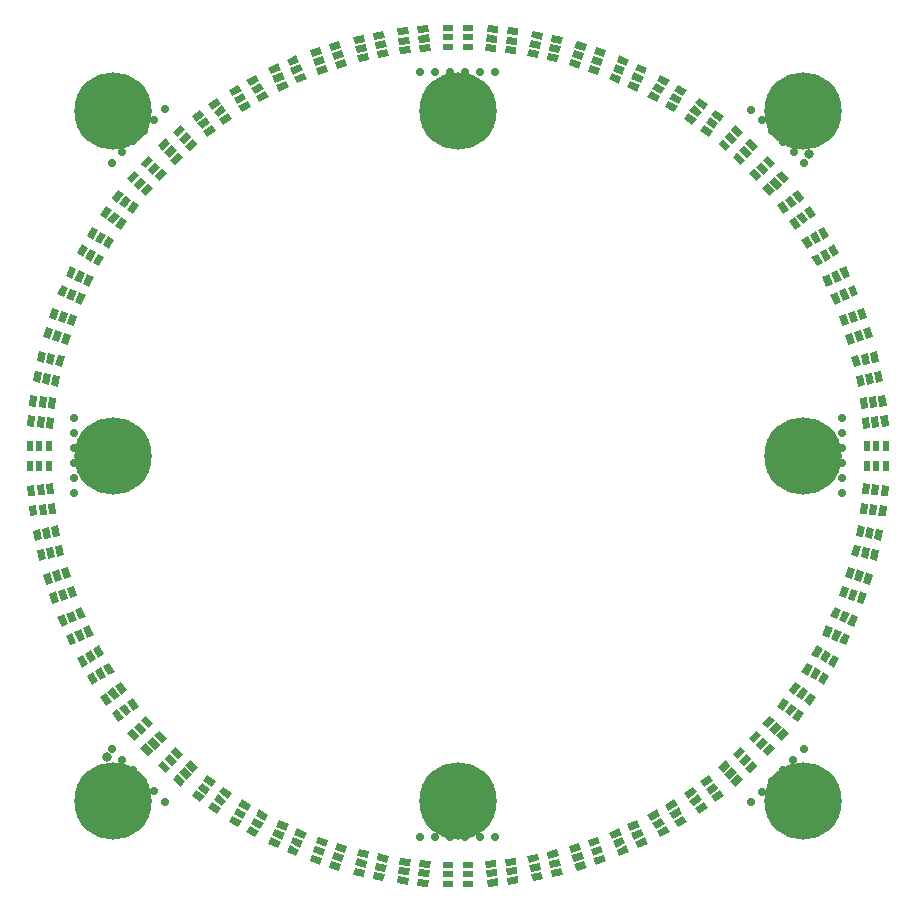
<source format=gts>
G75*
%MOIN*%
%OFA0B0*%
%FSLAX25Y25*%
%IPPOS*%
%LPD*%
%AMOC8*
5,1,8,0,0,1.08239X$1,22.5*
%
%ADD10C,0.02800*%
%ADD11R,0.02375X0.03556*%
%ADD12R,0.03556X0.02375*%
%ADD13C,0.25800*%
%ADD14C,0.03300*%
D10*
X0163333Y0264400D03*
X0168333Y0264400D03*
X0173333Y0264400D03*
X0178333Y0264400D03*
X0183333Y0264400D03*
X0188333Y0264400D03*
X0273545Y0275940D03*
X0277080Y0279475D03*
X0280616Y0283011D03*
X0284151Y0286546D03*
X0287687Y0290082D03*
X0291222Y0293618D03*
X0303833Y0378900D03*
X0303833Y0383900D03*
X0303833Y0388900D03*
X0303833Y0393900D03*
X0303833Y0398900D03*
X0303833Y0403900D03*
X0291293Y0489111D03*
X0287758Y0492647D03*
X0284222Y0496182D03*
X0280687Y0499718D03*
X0277151Y0503254D03*
X0273616Y0506789D03*
X0188333Y0519400D03*
X0183333Y0519400D03*
X0178333Y0519400D03*
X0173333Y0519400D03*
X0168333Y0519400D03*
X0163333Y0519400D03*
X0078122Y0506860D03*
X0074586Y0503325D03*
X0071051Y0499789D03*
X0067515Y0496254D03*
X0063980Y0492718D03*
X0060444Y0489182D03*
X0047833Y0403900D03*
X0047833Y0398900D03*
X0047833Y0393900D03*
X0047833Y0388900D03*
X0047833Y0383900D03*
X0047833Y0378900D03*
X0060373Y0293689D03*
X0063909Y0290153D03*
X0067444Y0286618D03*
X0070980Y0283082D03*
X0074515Y0279546D03*
X0078051Y0276011D03*
D11*
X0039473Y0388054D03*
X0036323Y0388054D03*
X0033174Y0388054D03*
X0033174Y0394746D03*
X0036323Y0394746D03*
X0039473Y0394746D03*
X0312184Y0394746D03*
X0315333Y0394746D03*
X0318483Y0394746D03*
X0318483Y0388054D03*
X0315333Y0388054D03*
X0312184Y0388054D03*
D12*
G36*
X0147960Y0252713D02*
X0151437Y0251974D01*
X0150944Y0249653D01*
X0147467Y0250392D01*
X0147960Y0252713D01*
G37*
G36*
X0148615Y0255794D02*
X0152092Y0255055D01*
X0151599Y0252734D01*
X0148122Y0253473D01*
X0148615Y0255794D01*
G37*
G36*
X0149269Y0258875D02*
X0152746Y0258136D01*
X0152253Y0255815D01*
X0148776Y0256554D01*
X0149269Y0258875D01*
G37*
G36*
X0142723Y0260267D02*
X0146200Y0259528D01*
X0145707Y0257207D01*
X0142230Y0257946D01*
X0142723Y0260267D01*
G37*
G36*
X0142068Y0257186D02*
X0145545Y0256447D01*
X0145052Y0254126D01*
X0141575Y0254865D01*
X0142068Y0257186D01*
G37*
G36*
X0141413Y0254105D02*
X0144890Y0253366D01*
X0144397Y0251045D01*
X0140920Y0251784D01*
X0141413Y0254105D01*
G37*
G36*
X0134602Y0259384D02*
X0137983Y0258285D01*
X0137250Y0256028D01*
X0133869Y0257127D01*
X0134602Y0259384D01*
G37*
G36*
X0135575Y0262379D02*
X0138956Y0261280D01*
X0138223Y0259023D01*
X0134842Y0260122D01*
X0135575Y0262379D01*
G37*
G36*
X0129210Y0264448D02*
X0132591Y0263349D01*
X0131858Y0261092D01*
X0128477Y0262191D01*
X0129210Y0264448D01*
G37*
G36*
X0128237Y0261452D02*
X0131618Y0260353D01*
X0130885Y0258096D01*
X0127504Y0259195D01*
X0128237Y0261452D01*
G37*
G36*
X0127263Y0258457D02*
X0130644Y0257358D01*
X0129911Y0255101D01*
X0126530Y0256200D01*
X0127263Y0258457D01*
G37*
G36*
X0119728Y0261529D02*
X0122976Y0260083D01*
X0122010Y0257915D01*
X0118762Y0259361D01*
X0119728Y0261529D01*
G37*
G36*
X0121009Y0264406D02*
X0124257Y0262960D01*
X0123291Y0260792D01*
X0120043Y0262238D01*
X0121009Y0264406D01*
G37*
G36*
X0122291Y0267283D02*
X0125539Y0265837D01*
X0124573Y0263669D01*
X0121325Y0265115D01*
X0122291Y0267283D01*
G37*
G36*
X0116176Y0270005D02*
X0119424Y0268559D01*
X0118458Y0266391D01*
X0115210Y0267837D01*
X0116176Y0270005D01*
G37*
G36*
X0114895Y0267128D02*
X0118143Y0265682D01*
X0117177Y0263514D01*
X0113929Y0264960D01*
X0114895Y0267128D01*
G37*
G36*
X0113614Y0264251D02*
X0116862Y0262805D01*
X0115896Y0260637D01*
X0112648Y0262083D01*
X0113614Y0264251D01*
G37*
G36*
X0106451Y0268095D02*
X0109530Y0266317D01*
X0108343Y0264263D01*
X0105264Y0266041D01*
X0106451Y0268095D01*
G37*
G36*
X0108025Y0270823D02*
X0111104Y0269045D01*
X0109917Y0266991D01*
X0106838Y0268769D01*
X0108025Y0270823D01*
G37*
G36*
X0109600Y0273550D02*
X0112679Y0271772D01*
X0111492Y0269718D01*
X0108413Y0271496D01*
X0109600Y0273550D01*
G37*
G36*
X0103804Y0276897D02*
X0106883Y0275119D01*
X0105696Y0273065D01*
X0102617Y0274843D01*
X0103804Y0276897D01*
G37*
G36*
X0102229Y0274169D02*
X0105308Y0272391D01*
X0104121Y0270337D01*
X0101042Y0272115D01*
X0102229Y0274169D01*
G37*
G36*
X0100654Y0271442D02*
X0103733Y0269664D01*
X0102546Y0267610D01*
X0099467Y0269388D01*
X0100654Y0271442D01*
G37*
G36*
X0093949Y0276030D02*
X0096825Y0273941D01*
X0095429Y0272020D01*
X0092553Y0274109D01*
X0093949Y0276030D01*
G37*
G36*
X0095801Y0278578D02*
X0098677Y0276489D01*
X0097281Y0274568D01*
X0094405Y0276657D01*
X0095801Y0278578D01*
G37*
G36*
X0097652Y0281126D02*
X0100528Y0279037D01*
X0099132Y0277116D01*
X0096256Y0279205D01*
X0097652Y0281126D01*
G37*
G36*
X0092237Y0285060D02*
X0095113Y0282971D01*
X0093717Y0281050D01*
X0090841Y0283139D01*
X0092237Y0285060D01*
G37*
G36*
X0090386Y0282512D02*
X0093262Y0280423D01*
X0091866Y0278502D01*
X0088990Y0280591D01*
X0090386Y0282512D01*
G37*
G36*
X0088535Y0279964D02*
X0091411Y0277875D01*
X0090015Y0275954D01*
X0087139Y0278043D01*
X0088535Y0279964D01*
G37*
G36*
X0082316Y0285251D02*
X0084958Y0282873D01*
X0083370Y0281109D01*
X0080728Y0283487D01*
X0082316Y0285251D01*
G37*
G36*
X0084423Y0287592D02*
X0087065Y0285214D01*
X0085477Y0283450D01*
X0082835Y0285828D01*
X0084423Y0287592D01*
G37*
G36*
X0086531Y0289932D02*
X0089173Y0287554D01*
X0087585Y0285790D01*
X0084943Y0288168D01*
X0086531Y0289932D01*
G37*
G36*
X0081557Y0294411D02*
X0084199Y0292033D01*
X0082611Y0290269D01*
X0079969Y0292647D01*
X0081557Y0294411D01*
G37*
G36*
X0079449Y0292070D02*
X0082091Y0289692D01*
X0080503Y0287928D01*
X0077861Y0290306D01*
X0079449Y0292070D01*
G37*
G36*
X0077342Y0289730D02*
X0079984Y0287352D01*
X0078396Y0285588D01*
X0075754Y0287966D01*
X0077342Y0289730D01*
G37*
G36*
X0074106Y0297698D02*
X0076484Y0295056D01*
X0074720Y0293468D01*
X0072342Y0296110D01*
X0074106Y0297698D01*
G37*
G36*
X0076446Y0299806D02*
X0078824Y0297164D01*
X0077060Y0295576D01*
X0074682Y0298218D01*
X0076446Y0299806D01*
G37*
G36*
X0071968Y0304779D02*
X0074346Y0302137D01*
X0072582Y0300549D01*
X0070204Y0303191D01*
X0071968Y0304779D01*
G37*
G36*
X0069627Y0302672D02*
X0072005Y0300030D01*
X0070241Y0298442D01*
X0067863Y0301084D01*
X0069627Y0302672D01*
G37*
G36*
X0067286Y0300564D02*
X0069664Y0297922D01*
X0067900Y0296334D01*
X0065522Y0298976D01*
X0067286Y0300564D01*
G37*
G36*
X0062328Y0306977D02*
X0064417Y0304101D01*
X0062496Y0302705D01*
X0060407Y0305581D01*
X0062328Y0306977D01*
G37*
G36*
X0064876Y0308829D02*
X0066965Y0305953D01*
X0065044Y0304557D01*
X0062955Y0307433D01*
X0064876Y0308829D01*
G37*
G36*
X0067424Y0310680D02*
X0069513Y0307804D01*
X0067592Y0306408D01*
X0065503Y0309284D01*
X0067424Y0310680D01*
G37*
G36*
X0063490Y0316095D02*
X0065579Y0313219D01*
X0063658Y0311823D01*
X0061569Y0314699D01*
X0063490Y0316095D01*
G37*
G36*
X0060942Y0314243D02*
X0063031Y0311367D01*
X0061110Y0309971D01*
X0059021Y0312847D01*
X0060942Y0314243D01*
G37*
G36*
X0058394Y0312392D02*
X0060483Y0309516D01*
X0058562Y0308120D01*
X0056473Y0310996D01*
X0058394Y0312392D01*
G37*
G36*
X0054137Y0319320D02*
X0055915Y0316241D01*
X0053861Y0315054D01*
X0052083Y0318133D01*
X0054137Y0319320D01*
G37*
G36*
X0056865Y0320895D02*
X0058643Y0317816D01*
X0056589Y0316629D01*
X0054811Y0319708D01*
X0056865Y0320895D01*
G37*
G36*
X0059592Y0322470D02*
X0061370Y0319391D01*
X0059316Y0318204D01*
X0057538Y0321283D01*
X0059592Y0322470D01*
G37*
G36*
X0056246Y0328266D02*
X0058024Y0325187D01*
X0055970Y0324000D01*
X0054192Y0327079D01*
X0056246Y0328266D01*
G37*
G36*
X0053518Y0326691D02*
X0055296Y0323612D01*
X0053242Y0322425D01*
X0051464Y0325504D01*
X0053518Y0326691D01*
G37*
G36*
X0050790Y0325116D02*
X0052568Y0322037D01*
X0050514Y0320850D01*
X0048736Y0323929D01*
X0050790Y0325116D01*
G37*
G36*
X0047218Y0332409D02*
X0048664Y0329161D01*
X0046496Y0328195D01*
X0045050Y0331443D01*
X0047218Y0332409D01*
G37*
G36*
X0050095Y0333690D02*
X0051541Y0330442D01*
X0049373Y0329476D01*
X0047927Y0332724D01*
X0050095Y0333690D01*
G37*
G36*
X0052973Y0334971D02*
X0054419Y0331723D01*
X0052251Y0330757D01*
X0050805Y0334005D01*
X0052973Y0334971D01*
G37*
G36*
X0050251Y0341085D02*
X0051697Y0337837D01*
X0049529Y0336871D01*
X0048083Y0340119D01*
X0050251Y0341085D01*
G37*
G36*
X0047373Y0339804D02*
X0048819Y0336556D01*
X0046651Y0335590D01*
X0045205Y0338838D01*
X0047373Y0339804D01*
G37*
G36*
X0044496Y0338523D02*
X0045942Y0335275D01*
X0043774Y0334309D01*
X0042328Y0337557D01*
X0044496Y0338523D01*
G37*
G36*
X0041811Y0346191D02*
X0042910Y0342810D01*
X0040653Y0342077D01*
X0039554Y0345458D01*
X0041811Y0346191D01*
G37*
G36*
X0044806Y0347164D02*
X0045905Y0343783D01*
X0043648Y0343050D01*
X0042549Y0346431D01*
X0044806Y0347164D01*
G37*
G36*
X0047802Y0348138D02*
X0048901Y0344757D01*
X0046644Y0344024D01*
X0045545Y0347405D01*
X0047802Y0348138D01*
G37*
G36*
X0045734Y0354503D02*
X0046833Y0351122D01*
X0044576Y0350389D01*
X0043477Y0353770D01*
X0045734Y0354503D01*
G37*
G36*
X0042738Y0353530D02*
X0043837Y0350149D01*
X0041580Y0349416D01*
X0040481Y0352797D01*
X0042738Y0353530D01*
G37*
G36*
X0039743Y0352556D02*
X0040842Y0349175D01*
X0038585Y0348442D01*
X0037486Y0351823D01*
X0039743Y0352556D01*
G37*
G36*
X0037779Y0360457D02*
X0038518Y0356980D01*
X0036197Y0356487D01*
X0035458Y0359964D01*
X0037779Y0360457D01*
G37*
G36*
X0040860Y0361112D02*
X0041599Y0357635D01*
X0039278Y0357142D01*
X0038539Y0360619D01*
X0040860Y0361112D01*
G37*
G36*
X0043941Y0361767D02*
X0044680Y0358290D01*
X0042359Y0357797D01*
X0041620Y0361274D01*
X0043941Y0361767D01*
G37*
G36*
X0042549Y0368313D02*
X0043288Y0364836D01*
X0040967Y0364343D01*
X0040228Y0367820D01*
X0042549Y0368313D01*
G37*
G36*
X0039469Y0367658D02*
X0040208Y0364181D01*
X0037887Y0363688D01*
X0037148Y0367165D01*
X0039469Y0367658D01*
G37*
G36*
X0036388Y0367003D02*
X0037127Y0363526D01*
X0034806Y0363033D01*
X0034067Y0366510D01*
X0036388Y0367003D01*
G37*
G36*
X0035315Y0375055D02*
X0035687Y0371519D01*
X0033327Y0371271D01*
X0032955Y0374807D01*
X0035315Y0375055D01*
G37*
G36*
X0038447Y0375384D02*
X0038819Y0371848D01*
X0036459Y0371600D01*
X0036087Y0375136D01*
X0038447Y0375384D01*
G37*
G36*
X0041579Y0375713D02*
X0041951Y0372177D01*
X0039591Y0371929D01*
X0039219Y0375465D01*
X0041579Y0375713D01*
G37*
G36*
X0040880Y0382369D02*
X0041252Y0378833D01*
X0038892Y0378585D01*
X0038520Y0382121D01*
X0040880Y0382369D01*
G37*
G36*
X0037748Y0382040D02*
X0038120Y0378504D01*
X0035760Y0378256D01*
X0035388Y0381792D01*
X0037748Y0382040D01*
G37*
G36*
X0034615Y0381711D02*
X0034987Y0378175D01*
X0032627Y0377927D01*
X0032255Y0381463D01*
X0034615Y0381711D01*
G37*
G36*
X0038110Y0404306D02*
X0037738Y0400770D01*
X0035378Y0401018D01*
X0035750Y0404554D01*
X0038110Y0404306D01*
G37*
G36*
X0041242Y0403977D02*
X0040870Y0400441D01*
X0038510Y0400689D01*
X0038882Y0404225D01*
X0041242Y0403977D01*
G37*
G36*
X0041941Y0410633D02*
X0041569Y0407097D01*
X0039209Y0407345D01*
X0039581Y0410881D01*
X0041941Y0410633D01*
G37*
G36*
X0038809Y0410962D02*
X0038437Y0407426D01*
X0036077Y0407674D01*
X0036449Y0411210D01*
X0038809Y0410962D01*
G37*
G36*
X0035677Y0411291D02*
X0035305Y0407755D01*
X0032945Y0408003D01*
X0033317Y0411539D01*
X0035677Y0411291D01*
G37*
G36*
X0037157Y0419294D02*
X0036418Y0415817D01*
X0034097Y0416310D01*
X0034836Y0419787D01*
X0037157Y0419294D01*
G37*
G36*
X0040238Y0418639D02*
X0039499Y0415162D01*
X0037178Y0415655D01*
X0037917Y0419132D01*
X0040238Y0418639D01*
G37*
G36*
X0043318Y0417984D02*
X0042579Y0414507D01*
X0040258Y0415000D01*
X0040997Y0418477D01*
X0043318Y0417984D01*
G37*
G36*
X0044710Y0424530D02*
X0043971Y0421053D01*
X0041650Y0421546D01*
X0042389Y0425023D01*
X0044710Y0424530D01*
G37*
G36*
X0041629Y0425185D02*
X0040890Y0421708D01*
X0038569Y0422201D01*
X0039308Y0425678D01*
X0041629Y0425185D01*
G37*
G36*
X0038548Y0425840D02*
X0037809Y0422363D01*
X0035488Y0422856D01*
X0036227Y0426333D01*
X0038548Y0425840D01*
G37*
G36*
X0040832Y0433635D02*
X0039733Y0430254D01*
X0037476Y0430987D01*
X0038575Y0434368D01*
X0040832Y0433635D01*
G37*
G36*
X0043827Y0432661D02*
X0042728Y0429280D01*
X0040471Y0430013D01*
X0041570Y0433394D01*
X0043827Y0432661D01*
G37*
G36*
X0046823Y0431688D02*
X0045724Y0428307D01*
X0043467Y0429040D01*
X0044566Y0432421D01*
X0046823Y0431688D01*
G37*
G36*
X0048891Y0438053D02*
X0047792Y0434672D01*
X0045535Y0435405D01*
X0046634Y0438786D01*
X0048891Y0438053D01*
G37*
G36*
X0045895Y0439027D02*
X0044796Y0435646D01*
X0042539Y0436379D01*
X0043638Y0439760D01*
X0045895Y0439027D01*
G37*
G36*
X0042900Y0440000D02*
X0041801Y0436619D01*
X0039544Y0437352D01*
X0040643Y0440733D01*
X0042900Y0440000D01*
G37*
G36*
X0045942Y0447495D02*
X0044496Y0444247D01*
X0042328Y0445213D01*
X0043774Y0448461D01*
X0045942Y0447495D01*
G37*
G36*
X0048819Y0446214D02*
X0047373Y0442966D01*
X0045205Y0443932D01*
X0046651Y0447180D01*
X0048819Y0446214D01*
G37*
G36*
X0051697Y0444933D02*
X0050251Y0441685D01*
X0048083Y0442651D01*
X0049529Y0445899D01*
X0051697Y0444933D01*
G37*
G36*
X0054419Y0451047D02*
X0052973Y0447799D01*
X0050805Y0448765D01*
X0052251Y0452013D01*
X0054419Y0451047D01*
G37*
G36*
X0051541Y0452328D02*
X0050095Y0449080D01*
X0047927Y0450046D01*
X0049373Y0453294D01*
X0051541Y0452328D01*
G37*
G36*
X0048664Y0453609D02*
X0047218Y0450361D01*
X0045050Y0451327D01*
X0046496Y0454575D01*
X0048664Y0453609D01*
G37*
G36*
X0052548Y0460773D02*
X0050770Y0457694D01*
X0048716Y0458881D01*
X0050494Y0461960D01*
X0052548Y0460773D01*
G37*
G36*
X0055276Y0459198D02*
X0053498Y0456119D01*
X0051444Y0457306D01*
X0053222Y0460385D01*
X0055276Y0459198D01*
G37*
G36*
X0058004Y0457623D02*
X0056226Y0454544D01*
X0054172Y0455731D01*
X0055950Y0458810D01*
X0058004Y0457623D01*
G37*
G36*
X0061350Y0463419D02*
X0059572Y0460340D01*
X0057518Y0461527D01*
X0059296Y0464606D01*
X0061350Y0463419D01*
G37*
G36*
X0058623Y0464994D02*
X0056845Y0461915D01*
X0054791Y0463102D01*
X0056569Y0466181D01*
X0058623Y0464994D01*
G37*
G36*
X0055895Y0466569D02*
X0054117Y0463490D01*
X0052063Y0464677D01*
X0053841Y0467756D01*
X0055895Y0466569D01*
G37*
G36*
X0060483Y0473264D02*
X0058394Y0470388D01*
X0056473Y0471784D01*
X0058562Y0474660D01*
X0060483Y0473264D01*
G37*
G36*
X0063031Y0471413D02*
X0060942Y0468537D01*
X0059021Y0469933D01*
X0061110Y0472809D01*
X0063031Y0471413D01*
G37*
G36*
X0065579Y0469561D02*
X0063490Y0466685D01*
X0061569Y0468081D01*
X0063658Y0470957D01*
X0065579Y0469561D01*
G37*
G36*
X0069513Y0474976D02*
X0067424Y0472100D01*
X0065503Y0473496D01*
X0067592Y0476372D01*
X0069513Y0474976D01*
G37*
G36*
X0066965Y0476827D02*
X0064876Y0473951D01*
X0062955Y0475347D01*
X0065044Y0478223D01*
X0066965Y0476827D01*
G37*
G36*
X0064417Y0478679D02*
X0062328Y0475803D01*
X0060407Y0477199D01*
X0062496Y0480075D01*
X0064417Y0478679D01*
G37*
G36*
X0069674Y0484918D02*
X0067296Y0482276D01*
X0065532Y0483864D01*
X0067910Y0486506D01*
X0069674Y0484918D01*
G37*
G36*
X0072015Y0482810D02*
X0069637Y0480168D01*
X0067873Y0481756D01*
X0070251Y0484398D01*
X0072015Y0482810D01*
G37*
G36*
X0074356Y0480703D02*
X0071978Y0478061D01*
X0070214Y0479649D01*
X0072592Y0482291D01*
X0074356Y0480703D01*
G37*
G36*
X0078834Y0485676D02*
X0076456Y0483034D01*
X0074692Y0484622D01*
X0077070Y0487264D01*
X0078834Y0485676D01*
G37*
G36*
X0076494Y0487784D02*
X0074116Y0485142D01*
X0072352Y0486730D01*
X0074730Y0489372D01*
X0076494Y0487784D01*
G37*
G36*
X0074153Y0489891D02*
X0071775Y0487249D01*
X0070011Y0488837D01*
X0072389Y0491479D01*
X0074153Y0489891D01*
G37*
G36*
X0079984Y0495478D02*
X0077342Y0493100D01*
X0075754Y0494864D01*
X0078396Y0497242D01*
X0079984Y0495478D01*
G37*
G36*
X0082091Y0493138D02*
X0079449Y0490760D01*
X0077861Y0492524D01*
X0080503Y0494902D01*
X0082091Y0493138D01*
G37*
G36*
X0084199Y0490797D02*
X0081557Y0488419D01*
X0079969Y0490183D01*
X0082611Y0492561D01*
X0084199Y0490797D01*
G37*
G36*
X0089173Y0495276D02*
X0086531Y0492898D01*
X0084943Y0494662D01*
X0087585Y0497040D01*
X0089173Y0495276D01*
G37*
G36*
X0087065Y0497616D02*
X0084423Y0495238D01*
X0082835Y0497002D01*
X0085477Y0499380D01*
X0087065Y0497616D01*
G37*
G36*
X0084958Y0499957D02*
X0082316Y0497579D01*
X0080728Y0499343D01*
X0083370Y0501721D01*
X0084958Y0499957D01*
G37*
G36*
X0091401Y0504905D02*
X0088525Y0502816D01*
X0087129Y0504737D01*
X0090005Y0506826D01*
X0091401Y0504905D01*
G37*
G36*
X0093252Y0502357D02*
X0090376Y0500268D01*
X0088980Y0502189D01*
X0091856Y0504278D01*
X0093252Y0502357D01*
G37*
G36*
X0095103Y0499809D02*
X0092227Y0497720D01*
X0090831Y0499641D01*
X0093707Y0501730D01*
X0095103Y0499809D01*
G37*
G36*
X0100518Y0503743D02*
X0097642Y0501654D01*
X0096246Y0503575D01*
X0099122Y0505664D01*
X0100518Y0503743D01*
G37*
G36*
X0098667Y0506291D02*
X0095791Y0504202D01*
X0094395Y0506123D01*
X0097271Y0508212D01*
X0098667Y0506291D01*
G37*
G36*
X0096815Y0508839D02*
X0093939Y0506750D01*
X0092543Y0508671D01*
X0095419Y0510760D01*
X0096815Y0508839D01*
G37*
G36*
X0103753Y0513116D02*
X0100674Y0511338D01*
X0099487Y0513392D01*
X0102566Y0515170D01*
X0103753Y0513116D01*
G37*
G36*
X0105328Y0510389D02*
X0102249Y0508611D01*
X0101062Y0510665D01*
X0104141Y0512443D01*
X0105328Y0510389D01*
G37*
G36*
X0106903Y0507661D02*
X0103824Y0505883D01*
X0102637Y0507937D01*
X0105716Y0509715D01*
X0106903Y0507661D01*
G37*
G36*
X0112699Y0511008D02*
X0109620Y0509230D01*
X0108433Y0511284D01*
X0111512Y0513062D01*
X0112699Y0511008D01*
G37*
G36*
X0111124Y0513735D02*
X0108045Y0511957D01*
X0106858Y0514011D01*
X0109937Y0515789D01*
X0111124Y0513735D01*
G37*
G36*
X0109550Y0516463D02*
X0106471Y0514685D01*
X0105284Y0516739D01*
X0108363Y0518517D01*
X0109550Y0516463D01*
G37*
G36*
X0116832Y0520025D02*
X0113584Y0518579D01*
X0112618Y0520747D01*
X0115866Y0522193D01*
X0116832Y0520025D01*
G37*
G36*
X0118113Y0517148D02*
X0114865Y0515702D01*
X0113899Y0517870D01*
X0117147Y0519316D01*
X0118113Y0517148D01*
G37*
G36*
X0119394Y0514271D02*
X0116146Y0512825D01*
X0115180Y0514993D01*
X0118428Y0516439D01*
X0119394Y0514271D01*
G37*
G36*
X0125509Y0516993D02*
X0122261Y0515547D01*
X0121295Y0517715D01*
X0124543Y0519161D01*
X0125509Y0516993D01*
G37*
G36*
X0124227Y0519870D02*
X0120979Y0518424D01*
X0120013Y0520592D01*
X0123261Y0522038D01*
X0124227Y0519870D01*
G37*
G36*
X0122946Y0522747D02*
X0119698Y0521301D01*
X0118732Y0523469D01*
X0121980Y0524915D01*
X0122946Y0522747D01*
G37*
G36*
X0130644Y0525432D02*
X0127263Y0524333D01*
X0126530Y0526590D01*
X0129911Y0527689D01*
X0130644Y0525432D01*
G37*
G36*
X0131618Y0522437D02*
X0128237Y0521338D01*
X0127504Y0523595D01*
X0130885Y0524694D01*
X0131618Y0522437D01*
G37*
G36*
X0132591Y0519441D02*
X0129210Y0518342D01*
X0128477Y0520599D01*
X0131858Y0521698D01*
X0132591Y0519441D01*
G37*
G36*
X0138956Y0521510D02*
X0135575Y0520411D01*
X0134842Y0522668D01*
X0138223Y0523767D01*
X0138956Y0521510D01*
G37*
G36*
X0137983Y0524505D02*
X0134602Y0523406D01*
X0133869Y0525663D01*
X0137250Y0526762D01*
X0137983Y0524505D01*
G37*
G36*
X0137010Y0527501D02*
X0133629Y0526402D01*
X0132896Y0528659D01*
X0136277Y0529758D01*
X0137010Y0527501D01*
G37*
G36*
X0144880Y0529434D02*
X0141403Y0528695D01*
X0140910Y0531016D01*
X0144387Y0531755D01*
X0144880Y0529434D01*
G37*
G36*
X0145535Y0526353D02*
X0142058Y0525614D01*
X0141565Y0527935D01*
X0145042Y0528674D01*
X0145535Y0526353D01*
G37*
G36*
X0146190Y0523272D02*
X0142713Y0522533D01*
X0142220Y0524854D01*
X0145697Y0525593D01*
X0146190Y0523272D01*
G37*
G36*
X0152736Y0524664D02*
X0149259Y0523925D01*
X0148766Y0526246D01*
X0152243Y0526985D01*
X0152736Y0524664D01*
G37*
G36*
X0152082Y0527745D02*
X0148605Y0527006D01*
X0148112Y0529327D01*
X0151589Y0530066D01*
X0152082Y0527745D01*
G37*
G36*
X0151427Y0530826D02*
X0147950Y0530087D01*
X0147457Y0532408D01*
X0150934Y0533147D01*
X0151427Y0530826D01*
G37*
G36*
X0159478Y0531929D02*
X0155942Y0531557D01*
X0155694Y0533917D01*
X0159230Y0534289D01*
X0159478Y0531929D01*
G37*
G36*
X0159807Y0528796D02*
X0156271Y0528424D01*
X0156023Y0530784D01*
X0159559Y0531156D01*
X0159807Y0528796D01*
G37*
G36*
X0160136Y0525664D02*
X0156600Y0525292D01*
X0156352Y0527652D01*
X0159888Y0528024D01*
X0160136Y0525664D01*
G37*
G36*
X0166793Y0526363D02*
X0163257Y0525991D01*
X0163009Y0528351D01*
X0166545Y0528723D01*
X0166793Y0526363D01*
G37*
G36*
X0166463Y0529496D02*
X0162927Y0529124D01*
X0162679Y0531484D01*
X0166215Y0531856D01*
X0166463Y0529496D01*
G37*
G36*
X0166134Y0532628D02*
X0162598Y0532256D01*
X0162350Y0534616D01*
X0165886Y0534988D01*
X0166134Y0532628D01*
G37*
X0172467Y0534060D03*
X0172467Y0530910D03*
X0172467Y0527760D03*
X0179160Y0527760D03*
X0179160Y0530910D03*
X0179160Y0534060D03*
G36*
X0189068Y0532266D02*
X0185532Y0532638D01*
X0185780Y0534998D01*
X0189316Y0534626D01*
X0189068Y0532266D01*
G37*
G36*
X0188739Y0529134D02*
X0185203Y0529506D01*
X0185451Y0531866D01*
X0188987Y0531494D01*
X0188739Y0529134D01*
G37*
G36*
X0188410Y0526001D02*
X0184874Y0526373D01*
X0185122Y0528733D01*
X0188658Y0528361D01*
X0188410Y0526001D01*
G37*
G36*
X0195066Y0525302D02*
X0191530Y0525674D01*
X0191778Y0528034D01*
X0195314Y0527662D01*
X0195066Y0525302D01*
G37*
G36*
X0195395Y0528434D02*
X0191859Y0528806D01*
X0192107Y0531166D01*
X0195643Y0530794D01*
X0195395Y0528434D01*
G37*
G36*
X0195725Y0531567D02*
X0192189Y0531939D01*
X0192437Y0534299D01*
X0195973Y0533927D01*
X0195725Y0531567D01*
G37*
G36*
X0203717Y0530117D02*
X0200240Y0530856D01*
X0200733Y0533177D01*
X0204210Y0532438D01*
X0203717Y0530117D01*
G37*
G36*
X0203062Y0527036D02*
X0199585Y0527775D01*
X0200078Y0530096D01*
X0203555Y0529357D01*
X0203062Y0527036D01*
G37*
G36*
X0202407Y0523955D02*
X0198930Y0524694D01*
X0199423Y0527015D01*
X0202900Y0526276D01*
X0202407Y0523955D01*
G37*
G36*
X0208954Y0522563D02*
X0205477Y0523302D01*
X0205970Y0525623D01*
X0209447Y0524884D01*
X0208954Y0522563D01*
G37*
G36*
X0209609Y0525644D02*
X0206132Y0526383D01*
X0206625Y0528704D01*
X0210102Y0527965D01*
X0209609Y0525644D01*
G37*
G36*
X0210263Y0528725D02*
X0206786Y0529464D01*
X0207279Y0531785D01*
X0210756Y0531046D01*
X0210263Y0528725D01*
G37*
G36*
X0218068Y0526412D02*
X0214687Y0527511D01*
X0215420Y0529768D01*
X0218801Y0528669D01*
X0218068Y0526412D01*
G37*
G36*
X0217095Y0523416D02*
X0213714Y0524515D01*
X0214447Y0526772D01*
X0217828Y0525673D01*
X0217095Y0523416D01*
G37*
G36*
X0216121Y0520421D02*
X0212740Y0521520D01*
X0213473Y0523777D01*
X0216854Y0522678D01*
X0216121Y0520421D01*
G37*
G36*
X0222487Y0518352D02*
X0219106Y0519451D01*
X0219839Y0521708D01*
X0223220Y0520609D01*
X0222487Y0518352D01*
G37*
G36*
X0223460Y0521348D02*
X0220079Y0522447D01*
X0220812Y0524704D01*
X0224193Y0523605D01*
X0223460Y0521348D01*
G37*
G36*
X0224433Y0524343D02*
X0221052Y0525442D01*
X0221785Y0527699D01*
X0225166Y0526600D01*
X0224433Y0524343D01*
G37*
G36*
X0231948Y0521271D02*
X0228700Y0522717D01*
X0229666Y0524885D01*
X0232914Y0523439D01*
X0231948Y0521271D01*
G37*
G36*
X0230667Y0518394D02*
X0227419Y0519840D01*
X0228385Y0522008D01*
X0231633Y0520562D01*
X0230667Y0518394D01*
G37*
G36*
X0229386Y0515517D02*
X0226138Y0516963D01*
X0227104Y0519131D01*
X0230352Y0517685D01*
X0229386Y0515517D01*
G37*
G36*
X0235500Y0512795D02*
X0232252Y0514241D01*
X0233218Y0516409D01*
X0236466Y0514963D01*
X0235500Y0512795D01*
G37*
G36*
X0236781Y0515672D02*
X0233533Y0517118D01*
X0234499Y0519286D01*
X0237747Y0517840D01*
X0236781Y0515672D01*
G37*
G36*
X0238063Y0518549D02*
X0234815Y0519995D01*
X0235781Y0522163D01*
X0239029Y0520717D01*
X0238063Y0518549D01*
G37*
G36*
X0245216Y0514665D02*
X0242137Y0516443D01*
X0243324Y0518497D01*
X0246403Y0516719D01*
X0245216Y0514665D01*
G37*
G36*
X0243641Y0511937D02*
X0240562Y0513715D01*
X0241749Y0515769D01*
X0244828Y0513991D01*
X0243641Y0511937D01*
G37*
G36*
X0242066Y0509210D02*
X0238987Y0510988D01*
X0240174Y0513042D01*
X0243253Y0511264D01*
X0242066Y0509210D01*
G37*
G36*
X0247863Y0505863D02*
X0244784Y0507641D01*
X0245971Y0509695D01*
X0249050Y0507917D01*
X0247863Y0505863D01*
G37*
G36*
X0249437Y0508591D02*
X0246358Y0510369D01*
X0247545Y0512423D01*
X0250624Y0510645D01*
X0249437Y0508591D01*
G37*
G36*
X0251012Y0511318D02*
X0247933Y0513096D01*
X0249120Y0515150D01*
X0252199Y0513372D01*
X0251012Y0511318D01*
G37*
G36*
X0257707Y0506770D02*
X0254831Y0508859D01*
X0256227Y0510780D01*
X0259103Y0508691D01*
X0257707Y0506770D01*
G37*
G36*
X0255856Y0504222D02*
X0252980Y0506311D01*
X0254376Y0508232D01*
X0257252Y0506143D01*
X0255856Y0504222D01*
G37*
G36*
X0254005Y0501674D02*
X0251129Y0503763D01*
X0252525Y0505684D01*
X0255401Y0503595D01*
X0254005Y0501674D01*
G37*
G36*
X0259419Y0497740D02*
X0256543Y0499829D01*
X0257939Y0501750D01*
X0260815Y0499661D01*
X0259419Y0497740D01*
G37*
G36*
X0261271Y0500288D02*
X0258395Y0502377D01*
X0259791Y0504298D01*
X0262667Y0502209D01*
X0261271Y0500288D01*
G37*
G36*
X0263122Y0502836D02*
X0260246Y0504925D01*
X0261642Y0506846D01*
X0264518Y0504757D01*
X0263122Y0502836D01*
G37*
G36*
X0269321Y0497549D02*
X0266679Y0499927D01*
X0268267Y0501691D01*
X0270909Y0499313D01*
X0269321Y0497549D01*
G37*
G36*
X0267213Y0495208D02*
X0264571Y0497586D01*
X0266159Y0499350D01*
X0268801Y0496972D01*
X0267213Y0495208D01*
G37*
G36*
X0265106Y0492868D02*
X0262464Y0495246D01*
X0264052Y0497010D01*
X0266694Y0494632D01*
X0265106Y0492868D01*
G37*
G36*
X0270080Y0488389D02*
X0267438Y0490767D01*
X0269026Y0492531D01*
X0271668Y0490153D01*
X0270080Y0488389D01*
G37*
G36*
X0272187Y0490730D02*
X0269545Y0493108D01*
X0271133Y0494872D01*
X0273775Y0492494D01*
X0272187Y0490730D01*
G37*
G36*
X0274295Y0493070D02*
X0271653Y0495448D01*
X0273241Y0497212D01*
X0275883Y0494834D01*
X0274295Y0493070D01*
G37*
G36*
X0279892Y0487239D02*
X0277514Y0489881D01*
X0279278Y0491469D01*
X0281656Y0488827D01*
X0279892Y0487239D01*
G37*
G36*
X0277551Y0485132D02*
X0275173Y0487774D01*
X0276937Y0489362D01*
X0279315Y0486720D01*
X0277551Y0485132D01*
G37*
G36*
X0275210Y0483024D02*
X0272832Y0485666D01*
X0274596Y0487254D01*
X0276974Y0484612D01*
X0275210Y0483024D01*
G37*
G36*
X0279689Y0478051D02*
X0277311Y0480693D01*
X0279075Y0482281D01*
X0281453Y0479639D01*
X0279689Y0478051D01*
G37*
G36*
X0282030Y0480158D02*
X0279652Y0482800D01*
X0281416Y0484388D01*
X0283794Y0481746D01*
X0282030Y0480158D01*
G37*
G36*
X0284370Y0482266D02*
X0281992Y0484908D01*
X0283756Y0486496D01*
X0286134Y0483854D01*
X0284370Y0482266D01*
G37*
G36*
X0289368Y0475803D02*
X0287279Y0478679D01*
X0289200Y0480075D01*
X0291289Y0477199D01*
X0289368Y0475803D01*
G37*
G36*
X0286820Y0473951D02*
X0284731Y0476827D01*
X0286652Y0478223D01*
X0288741Y0475347D01*
X0286820Y0473951D01*
G37*
G36*
X0284272Y0472100D02*
X0282183Y0474976D01*
X0284104Y0476372D01*
X0286193Y0473496D01*
X0284272Y0472100D01*
G37*
G36*
X0288206Y0466685D02*
X0286117Y0469561D01*
X0288038Y0470957D01*
X0290127Y0468081D01*
X0288206Y0466685D01*
G37*
G36*
X0290754Y0468537D02*
X0288665Y0471413D01*
X0290586Y0472809D01*
X0292675Y0469933D01*
X0290754Y0468537D01*
G37*
G36*
X0293302Y0470388D02*
X0291213Y0473264D01*
X0293134Y0474660D01*
X0295223Y0471784D01*
X0293302Y0470388D01*
G37*
G36*
X0297550Y0463500D02*
X0295772Y0466579D01*
X0297826Y0467766D01*
X0299604Y0464687D01*
X0297550Y0463500D01*
G37*
G36*
X0294822Y0461925D02*
X0293044Y0465004D01*
X0295098Y0466191D01*
X0296876Y0463112D01*
X0294822Y0461925D01*
G37*
G36*
X0292094Y0460350D02*
X0290316Y0463429D01*
X0292370Y0464616D01*
X0294148Y0461537D01*
X0292094Y0460350D01*
G37*
G36*
X0295441Y0454554D02*
X0293663Y0457633D01*
X0295717Y0458820D01*
X0297495Y0455741D01*
X0295441Y0454554D01*
G37*
G36*
X0298169Y0456129D02*
X0296391Y0459208D01*
X0298445Y0460395D01*
X0300223Y0457316D01*
X0298169Y0456129D01*
G37*
G36*
X0300896Y0457704D02*
X0299118Y0460783D01*
X0301172Y0461970D01*
X0302950Y0458891D01*
X0300896Y0457704D01*
G37*
G36*
X0304429Y0450371D02*
X0302983Y0453619D01*
X0305151Y0454585D01*
X0306597Y0451337D01*
X0304429Y0450371D01*
G37*
G36*
X0301551Y0449090D02*
X0300105Y0452338D01*
X0302273Y0453304D01*
X0303719Y0450056D01*
X0301551Y0449090D01*
G37*
G36*
X0298674Y0447809D02*
X0297228Y0451057D01*
X0299396Y0452023D01*
X0300842Y0448775D01*
X0298674Y0447809D01*
G37*
G36*
X0301396Y0441695D02*
X0299950Y0444943D01*
X0302118Y0445909D01*
X0303564Y0442661D01*
X0301396Y0441695D01*
G37*
G36*
X0304273Y0442976D02*
X0302827Y0446224D01*
X0304995Y0447190D01*
X0306441Y0443942D01*
X0304273Y0442976D01*
G37*
G36*
X0307151Y0444257D02*
X0305705Y0447505D01*
X0307873Y0448471D01*
X0309319Y0445223D01*
X0307151Y0444257D01*
G37*
G36*
X0309886Y0436579D02*
X0308787Y0439960D01*
X0311044Y0440693D01*
X0312143Y0437312D01*
X0309886Y0436579D01*
G37*
G36*
X0306890Y0435606D02*
X0305791Y0438987D01*
X0308048Y0439720D01*
X0309147Y0436339D01*
X0306890Y0435606D01*
G37*
G36*
X0303895Y0434632D02*
X0302796Y0438013D01*
X0305053Y0438746D01*
X0306152Y0435365D01*
X0303895Y0434632D01*
G37*
G36*
X0305963Y0428267D02*
X0304864Y0431648D01*
X0307121Y0432381D01*
X0308220Y0429000D01*
X0305963Y0428267D01*
G37*
G36*
X0308958Y0429240D02*
X0307859Y0432621D01*
X0310116Y0433354D01*
X0311215Y0429973D01*
X0308958Y0429240D01*
G37*
G36*
X0311954Y0430214D02*
X0310855Y0433595D01*
X0313112Y0434328D01*
X0314211Y0430947D01*
X0311954Y0430214D01*
G37*
G36*
X0313897Y0422343D02*
X0313158Y0425820D01*
X0315479Y0426313D01*
X0316218Y0422836D01*
X0313897Y0422343D01*
G37*
G36*
X0310817Y0421688D02*
X0310078Y0425165D01*
X0312399Y0425658D01*
X0313138Y0422181D01*
X0310817Y0421688D01*
G37*
G36*
X0307736Y0421033D02*
X0306997Y0424510D01*
X0309318Y0425003D01*
X0310057Y0421526D01*
X0307736Y0421033D01*
G37*
G36*
X0309127Y0414487D02*
X0308388Y0417964D01*
X0310709Y0418457D01*
X0311448Y0414980D01*
X0309127Y0414487D01*
G37*
G36*
X0312208Y0415142D02*
X0311469Y0418619D01*
X0313790Y0419112D01*
X0314529Y0415635D01*
X0312208Y0415142D01*
G37*
G36*
X0315289Y0415797D02*
X0314550Y0419274D01*
X0316871Y0419767D01*
X0317610Y0416290D01*
X0315289Y0415797D01*
G37*
G36*
X0316352Y0407775D02*
X0315980Y0411311D01*
X0318340Y0411559D01*
X0318712Y0408023D01*
X0316352Y0407775D01*
G37*
G36*
X0313220Y0407446D02*
X0312848Y0410982D01*
X0315208Y0411230D01*
X0315580Y0407694D01*
X0313220Y0407446D01*
G37*
G36*
X0310087Y0407117D02*
X0309715Y0410653D01*
X0312075Y0410901D01*
X0312447Y0407365D01*
X0310087Y0407117D01*
G37*
G36*
X0310787Y0400461D02*
X0310415Y0403997D01*
X0312775Y0404245D01*
X0313147Y0400709D01*
X0310787Y0400461D01*
G37*
G36*
X0313919Y0400790D02*
X0313547Y0404326D01*
X0315907Y0404574D01*
X0316279Y0401038D01*
X0313919Y0400790D01*
G37*
G36*
X0317051Y0401119D02*
X0316679Y0404655D01*
X0319039Y0404903D01*
X0319411Y0401367D01*
X0317051Y0401119D01*
G37*
G36*
X0313577Y0378474D02*
X0313949Y0382010D01*
X0316309Y0381762D01*
X0315937Y0378226D01*
X0313577Y0378474D01*
G37*
G36*
X0310445Y0378803D02*
X0310817Y0382339D01*
X0313177Y0382091D01*
X0312805Y0378555D01*
X0310445Y0378803D01*
G37*
G36*
X0309745Y0372147D02*
X0310117Y0375683D01*
X0312477Y0375435D01*
X0312105Y0371899D01*
X0309745Y0372147D01*
G37*
G36*
X0312878Y0371818D02*
X0313250Y0375354D01*
X0315610Y0375106D01*
X0315238Y0371570D01*
X0312878Y0371818D01*
G37*
G36*
X0316010Y0371489D02*
X0316382Y0375025D01*
X0318742Y0374777D01*
X0318370Y0371241D01*
X0316010Y0371489D01*
G37*
G36*
X0314540Y0363536D02*
X0315279Y0367013D01*
X0317600Y0366520D01*
X0316861Y0363043D01*
X0314540Y0363536D01*
G37*
G36*
X0311459Y0364191D02*
X0312198Y0367668D01*
X0314519Y0367175D01*
X0313780Y0363698D01*
X0311459Y0364191D01*
G37*
G36*
X0308378Y0364846D02*
X0309117Y0368323D01*
X0311438Y0367830D01*
X0310699Y0364353D01*
X0308378Y0364846D01*
G37*
G36*
X0306987Y0358300D02*
X0307726Y0361777D01*
X0310047Y0361284D01*
X0309308Y0357807D01*
X0306987Y0358300D01*
G37*
G36*
X0310068Y0357645D02*
X0310807Y0361122D01*
X0313128Y0360629D01*
X0312389Y0357152D01*
X0310068Y0357645D01*
G37*
G36*
X0313148Y0356990D02*
X0313887Y0360467D01*
X0316208Y0359974D01*
X0315469Y0356497D01*
X0313148Y0356990D01*
G37*
G36*
X0310835Y0349175D02*
X0311934Y0352556D01*
X0314191Y0351823D01*
X0313092Y0348442D01*
X0310835Y0349175D01*
G37*
G36*
X0307839Y0350149D02*
X0308938Y0353530D01*
X0311195Y0352797D01*
X0310096Y0349416D01*
X0307839Y0350149D01*
G37*
G36*
X0304844Y0351122D02*
X0305943Y0354503D01*
X0308200Y0353770D01*
X0307101Y0350389D01*
X0304844Y0351122D01*
G37*
G36*
X0302776Y0344757D02*
X0303875Y0348138D01*
X0306132Y0347405D01*
X0305033Y0344024D01*
X0302776Y0344757D01*
G37*
G36*
X0305771Y0343783D02*
X0306870Y0347164D01*
X0309127Y0346431D01*
X0308028Y0343050D01*
X0305771Y0343783D01*
G37*
G36*
X0308767Y0342810D02*
X0309866Y0346191D01*
X0312123Y0345458D01*
X0311024Y0342077D01*
X0308767Y0342810D01*
G37*
G36*
X0305695Y0335305D02*
X0307141Y0338553D01*
X0309309Y0337587D01*
X0307863Y0334339D01*
X0305695Y0335305D01*
G37*
G36*
X0302817Y0336586D02*
X0304263Y0339834D01*
X0306431Y0338868D01*
X0304985Y0335620D01*
X0302817Y0336586D01*
G37*
G36*
X0299940Y0337867D02*
X0301386Y0341115D01*
X0303554Y0340149D01*
X0302108Y0336901D01*
X0299940Y0337867D01*
G37*
G36*
X0297218Y0331753D02*
X0298664Y0335001D01*
X0300832Y0334035D01*
X0299386Y0330787D01*
X0297218Y0331753D01*
G37*
G36*
X0300095Y0330472D02*
X0301541Y0333720D01*
X0303709Y0332754D01*
X0302263Y0329506D01*
X0300095Y0330472D01*
G37*
G36*
X0302973Y0329191D02*
X0304419Y0332439D01*
X0306587Y0331473D01*
X0305141Y0328225D01*
X0302973Y0329191D01*
G37*
G36*
X0299118Y0322017D02*
X0300896Y0325096D01*
X0302950Y0323909D01*
X0301172Y0320830D01*
X0299118Y0322017D01*
G37*
G36*
X0296391Y0323592D02*
X0298169Y0326671D01*
X0300223Y0325484D01*
X0298445Y0322405D01*
X0296391Y0323592D01*
G37*
G36*
X0293663Y0325167D02*
X0295441Y0328246D01*
X0297495Y0327059D01*
X0295717Y0323980D01*
X0293663Y0325167D01*
G37*
G36*
X0290316Y0319371D02*
X0292094Y0322450D01*
X0294148Y0321263D01*
X0292370Y0318184D01*
X0290316Y0319371D01*
G37*
G36*
X0293044Y0317796D02*
X0294822Y0320875D01*
X0296876Y0319688D01*
X0295098Y0316609D01*
X0293044Y0317796D01*
G37*
G36*
X0295772Y0316221D02*
X0297550Y0319300D01*
X0299604Y0318113D01*
X0297826Y0315034D01*
X0295772Y0316221D01*
G37*
G36*
X0291203Y0309526D02*
X0293292Y0312402D01*
X0295213Y0311006D01*
X0293124Y0308130D01*
X0291203Y0309526D01*
G37*
G36*
X0288655Y0311377D02*
X0290744Y0314253D01*
X0292665Y0312857D01*
X0290576Y0309981D01*
X0288655Y0311377D01*
G37*
G36*
X0286107Y0313229D02*
X0288196Y0316105D01*
X0290117Y0314709D01*
X0288028Y0311833D01*
X0286107Y0313229D01*
G37*
G36*
X0282173Y0307814D02*
X0284262Y0310690D01*
X0286183Y0309294D01*
X0284094Y0306418D01*
X0282173Y0307814D01*
G37*
G36*
X0284721Y0305963D02*
X0286810Y0308839D01*
X0288731Y0307443D01*
X0286642Y0304567D01*
X0284721Y0305963D01*
G37*
G36*
X0287269Y0304111D02*
X0289358Y0306987D01*
X0291279Y0305591D01*
X0289190Y0302715D01*
X0287269Y0304111D01*
G37*
G36*
X0281972Y0297922D02*
X0284350Y0300564D01*
X0286114Y0298976D01*
X0283736Y0296334D01*
X0281972Y0297922D01*
G37*
G36*
X0279632Y0300030D02*
X0282010Y0302672D01*
X0283774Y0301084D01*
X0281396Y0298442D01*
X0279632Y0300030D01*
G37*
G36*
X0277291Y0302137D02*
X0279669Y0304779D01*
X0281433Y0303191D01*
X0279055Y0300549D01*
X0277291Y0302137D01*
G37*
G36*
X0272812Y0297164D02*
X0275190Y0299806D01*
X0276954Y0298218D01*
X0274576Y0295576D01*
X0272812Y0297164D01*
G37*
G36*
X0275153Y0295056D02*
X0277531Y0297698D01*
X0279295Y0296110D01*
X0276917Y0293468D01*
X0275153Y0295056D01*
G37*
G36*
X0277494Y0292949D02*
X0279872Y0295591D01*
X0281636Y0294003D01*
X0279258Y0291361D01*
X0277494Y0292949D01*
G37*
G36*
X0271643Y0287342D02*
X0274285Y0289720D01*
X0275873Y0287956D01*
X0273231Y0285578D01*
X0271643Y0287342D01*
G37*
G36*
X0269535Y0289682D02*
X0272177Y0292060D01*
X0273765Y0290296D01*
X0271123Y0287918D01*
X0269535Y0289682D01*
G37*
G36*
X0267428Y0292023D02*
X0270070Y0294401D01*
X0271658Y0292637D01*
X0269016Y0290259D01*
X0267428Y0292023D01*
G37*
G36*
X0262454Y0287544D02*
X0265096Y0289922D01*
X0266684Y0288158D01*
X0264042Y0285780D01*
X0262454Y0287544D01*
G37*
G36*
X0264561Y0285204D02*
X0267203Y0287582D01*
X0268791Y0285818D01*
X0266149Y0283440D01*
X0264561Y0285204D01*
G37*
G36*
X0266669Y0282863D02*
X0269311Y0285241D01*
X0270899Y0283477D01*
X0268257Y0281099D01*
X0266669Y0282863D01*
G37*
G36*
X0260276Y0277875D02*
X0263152Y0279964D01*
X0264548Y0278043D01*
X0261672Y0275954D01*
X0260276Y0277875D01*
G37*
G36*
X0258425Y0280423D02*
X0261301Y0282512D01*
X0262697Y0280591D01*
X0259821Y0278502D01*
X0258425Y0280423D01*
G37*
G36*
X0256573Y0282971D02*
X0259449Y0285060D01*
X0260845Y0283139D01*
X0257969Y0281050D01*
X0256573Y0282971D01*
G37*
G36*
X0251159Y0279037D02*
X0254035Y0281126D01*
X0255431Y0279205D01*
X0252555Y0277116D01*
X0251159Y0279037D01*
G37*
G36*
X0253010Y0276489D02*
X0255886Y0278578D01*
X0257282Y0276657D01*
X0254406Y0274568D01*
X0253010Y0276489D01*
G37*
G36*
X0254861Y0273941D02*
X0257737Y0276030D01*
X0259133Y0274109D01*
X0256257Y0272020D01*
X0254861Y0273941D01*
G37*
G36*
X0247923Y0269684D02*
X0251002Y0271462D01*
X0252189Y0269408D01*
X0249110Y0267630D01*
X0247923Y0269684D01*
G37*
G36*
X0246348Y0272411D02*
X0249427Y0274189D01*
X0250614Y0272135D01*
X0247535Y0270357D01*
X0246348Y0272411D01*
G37*
G36*
X0244774Y0275139D02*
X0247853Y0276917D01*
X0249040Y0274863D01*
X0245961Y0273085D01*
X0244774Y0275139D01*
G37*
G36*
X0238977Y0271792D02*
X0242056Y0273570D01*
X0243243Y0271516D01*
X0240164Y0269738D01*
X0238977Y0271792D01*
G37*
G36*
X0240552Y0269065D02*
X0243631Y0270843D01*
X0244818Y0268789D01*
X0241739Y0267011D01*
X0240552Y0269065D01*
G37*
G36*
X0242127Y0266337D02*
X0245206Y0268115D01*
X0246393Y0266061D01*
X0243314Y0264283D01*
X0242127Y0266337D01*
G37*
G36*
X0234835Y0262805D02*
X0238083Y0264251D01*
X0239049Y0262083D01*
X0235801Y0260637D01*
X0234835Y0262805D01*
G37*
G36*
X0233553Y0265682D02*
X0236801Y0267128D01*
X0237767Y0264960D01*
X0234519Y0263514D01*
X0233553Y0265682D01*
G37*
G36*
X0232272Y0268559D02*
X0235520Y0270005D01*
X0236486Y0267837D01*
X0233238Y0266391D01*
X0232272Y0268559D01*
G37*
G36*
X0226158Y0265837D02*
X0229406Y0267283D01*
X0230372Y0265115D01*
X0227124Y0263669D01*
X0226158Y0265837D01*
G37*
G36*
X0227439Y0262960D02*
X0230687Y0264406D01*
X0231653Y0262238D01*
X0228405Y0260792D01*
X0227439Y0262960D01*
G37*
G36*
X0228720Y0260083D02*
X0231968Y0261529D01*
X0232934Y0259361D01*
X0229686Y0257915D01*
X0228720Y0260083D01*
G37*
G36*
X0221012Y0257368D02*
X0224393Y0258467D01*
X0225126Y0256210D01*
X0221745Y0255111D01*
X0221012Y0257368D01*
G37*
G36*
X0220039Y0260363D02*
X0223420Y0261462D01*
X0224153Y0259205D01*
X0220772Y0258106D01*
X0220039Y0260363D01*
G37*
G36*
X0219066Y0263359D02*
X0222447Y0264458D01*
X0223180Y0262201D01*
X0219799Y0261102D01*
X0219066Y0263359D01*
G37*
G36*
X0212700Y0261290D02*
X0216081Y0262389D01*
X0216814Y0260132D01*
X0213433Y0259033D01*
X0212700Y0261290D01*
G37*
G36*
X0213674Y0258295D02*
X0217055Y0259394D01*
X0217788Y0257137D01*
X0214407Y0256038D01*
X0213674Y0258295D01*
G37*
G36*
X0214647Y0255299D02*
X0218028Y0256398D01*
X0218761Y0254141D01*
X0215380Y0253042D01*
X0214647Y0255299D01*
G37*
G36*
X0206756Y0253336D02*
X0210233Y0254075D01*
X0210726Y0251754D01*
X0207249Y0251015D01*
X0206756Y0253336D01*
G37*
G36*
X0206102Y0256417D02*
X0209579Y0257156D01*
X0210072Y0254835D01*
X0206595Y0254096D01*
X0206102Y0256417D01*
G37*
G36*
X0205447Y0259498D02*
X0208924Y0260237D01*
X0209417Y0257916D01*
X0205940Y0257177D01*
X0205447Y0259498D01*
G37*
G36*
X0198900Y0258106D02*
X0202377Y0258845D01*
X0202870Y0256524D01*
X0199393Y0255785D01*
X0198900Y0258106D01*
G37*
G36*
X0199555Y0255025D02*
X0203032Y0255764D01*
X0203525Y0253443D01*
X0200048Y0252704D01*
X0199555Y0255025D01*
G37*
G36*
X0200210Y0251944D02*
X0203687Y0252683D01*
X0204180Y0250362D01*
X0200703Y0249623D01*
X0200210Y0251944D01*
G37*
G36*
X0192209Y0250851D02*
X0195745Y0251223D01*
X0195993Y0248863D01*
X0192457Y0248491D01*
X0192209Y0250851D01*
G37*
G36*
X0191879Y0253984D02*
X0195415Y0254356D01*
X0195663Y0251996D01*
X0192127Y0251624D01*
X0191879Y0253984D01*
G37*
G36*
X0191550Y0257116D02*
X0195086Y0257488D01*
X0195334Y0255128D01*
X0191798Y0254756D01*
X0191550Y0257116D01*
G37*
G36*
X0184894Y0256417D02*
X0188430Y0256789D01*
X0188678Y0254429D01*
X0185142Y0254057D01*
X0184894Y0256417D01*
G37*
G36*
X0185223Y0253284D02*
X0188759Y0253656D01*
X0189007Y0251296D01*
X0185471Y0250924D01*
X0185223Y0253284D01*
G37*
G36*
X0185552Y0250152D02*
X0189088Y0250524D01*
X0189336Y0248164D01*
X0185800Y0247792D01*
X0185552Y0250152D01*
G37*
X0179180Y0248760D03*
X0179180Y0251910D03*
X0179180Y0255060D03*
X0172487Y0255060D03*
X0172487Y0251910D03*
X0172487Y0248760D03*
G36*
X0162568Y0250514D02*
X0166104Y0250142D01*
X0165856Y0247782D01*
X0162320Y0248154D01*
X0162568Y0250514D01*
G37*
G36*
X0162897Y0253646D02*
X0166433Y0253274D01*
X0166185Y0250914D01*
X0162649Y0251286D01*
X0162897Y0253646D01*
G37*
G36*
X0163227Y0256779D02*
X0166763Y0256407D01*
X0166515Y0254047D01*
X0162979Y0254419D01*
X0163227Y0256779D01*
G37*
G36*
X0156570Y0257478D02*
X0160106Y0257106D01*
X0159858Y0254746D01*
X0156322Y0255118D01*
X0156570Y0257478D01*
G37*
G36*
X0156241Y0254346D02*
X0159777Y0253974D01*
X0159529Y0251614D01*
X0155993Y0251986D01*
X0156241Y0254346D01*
G37*
G36*
X0155912Y0251213D02*
X0159448Y0250841D01*
X0159200Y0248481D01*
X0155664Y0248853D01*
X0155912Y0251213D01*
G37*
G36*
X0133629Y0256388D02*
X0137010Y0255289D01*
X0136277Y0253032D01*
X0132896Y0254131D01*
X0133629Y0256388D01*
G37*
G36*
X0071765Y0295591D02*
X0074143Y0292949D01*
X0072379Y0291361D01*
X0070001Y0294003D01*
X0071765Y0295591D01*
G37*
G36*
X0034977Y0404635D02*
X0034605Y0401099D01*
X0032245Y0401347D01*
X0032617Y0404883D01*
X0034977Y0404635D01*
G37*
G36*
X0316709Y0378145D02*
X0317081Y0381681D01*
X0319441Y0381433D01*
X0319069Y0377897D01*
X0316709Y0378145D01*
G37*
D13*
X0290833Y0391400D03*
X0290833Y0506400D03*
X0175833Y0506400D03*
X0060833Y0506400D03*
X0060833Y0391400D03*
X0060833Y0276400D03*
X0175833Y0276400D03*
X0290833Y0276400D03*
D14*
X0292833Y0491900D03*
X0058833Y0290900D03*
M02*

</source>
